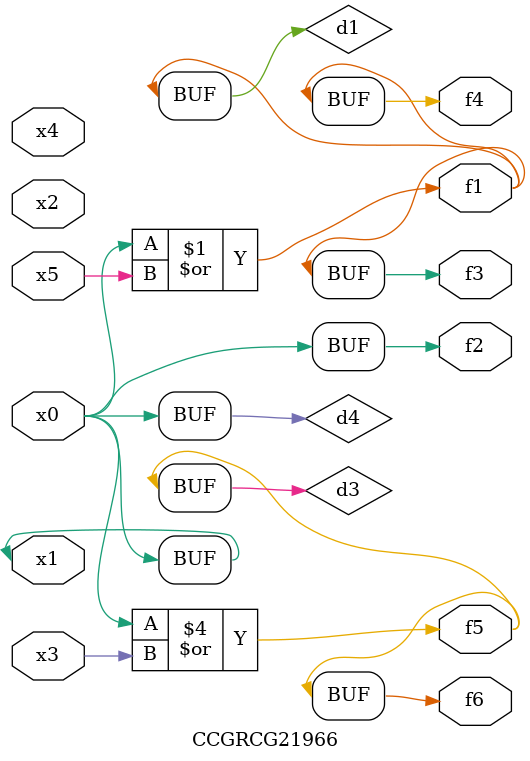
<source format=v>
module CCGRCG21966(
	input x0, x1, x2, x3, x4, x5,
	output f1, f2, f3, f4, f5, f6
);

	wire d1, d2, d3, d4;

	or (d1, x0, x5);
	xnor (d2, x1, x4);
	or (d3, x0, x3);
	buf (d4, x0, x1);
	assign f1 = d1;
	assign f2 = d4;
	assign f3 = d1;
	assign f4 = d1;
	assign f5 = d3;
	assign f6 = d3;
endmodule

</source>
